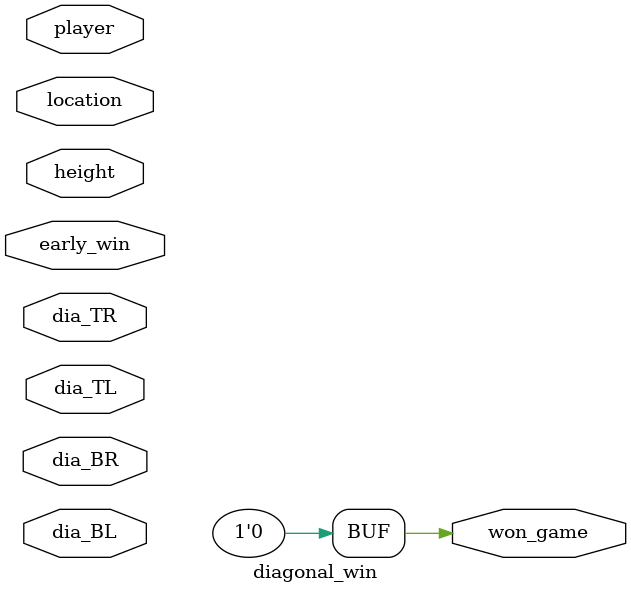
<source format=v>
module diagonal_win(player, location, height, early_win,dia_TL, dia_TR, dia_BL, dia_BR, won_game);
	input player;
	input [2:0] location, height;
	input early_win;
	input [2:0] dia_TL, dia_TR, dia_BL, dia_BR;
	
	output won_game;
	
	assign won_game = 0;
	
	always @(*) begin
	 if (early_win) won_game = 1'b1;
	end
		
	always @(*) begin //if any diagonal value is 3
		if (player) begin
			if (dia_TL > 2'd2 || dia_TR> 2'd3 || dia_BL> 2'd3 || dia_BR > 2'd3)
				won_game = 1'b1;
			end
		else begin
			if (dia_TL < 2'd1 || dia_TR < 2'd1 || dia_BL < 2'd1 || dia_BR < 2'd1)
				won_game = 1'b1;
		end
	end

	always @(*) begin
	
		if (player) begin
			if (dia_TL[1:0] + dia_BR[0] == 2'd3 || dia_TR[1:0] + dia_BL[0] == 2'd3 || 
				dia_TL[0] + dia_BR[1:0] == 2'd3 || dia_TR[0] + dia_BR[1:0] == 2'd3)	
				won_game = 1'b1;
			
			end
		else begin
			if (dia_TL[1:0] + dia_BR[0] == 0 || dia_TR[1:0] + dia_BL[0] == 0 || 
				dia_TL[0] + dia_BR[1:0] == 0 || dia_TR[0] + dia_BR[1:0] == 0)	
				won_game = 1'b1;
		end
	
	end
endmodule
</source>
